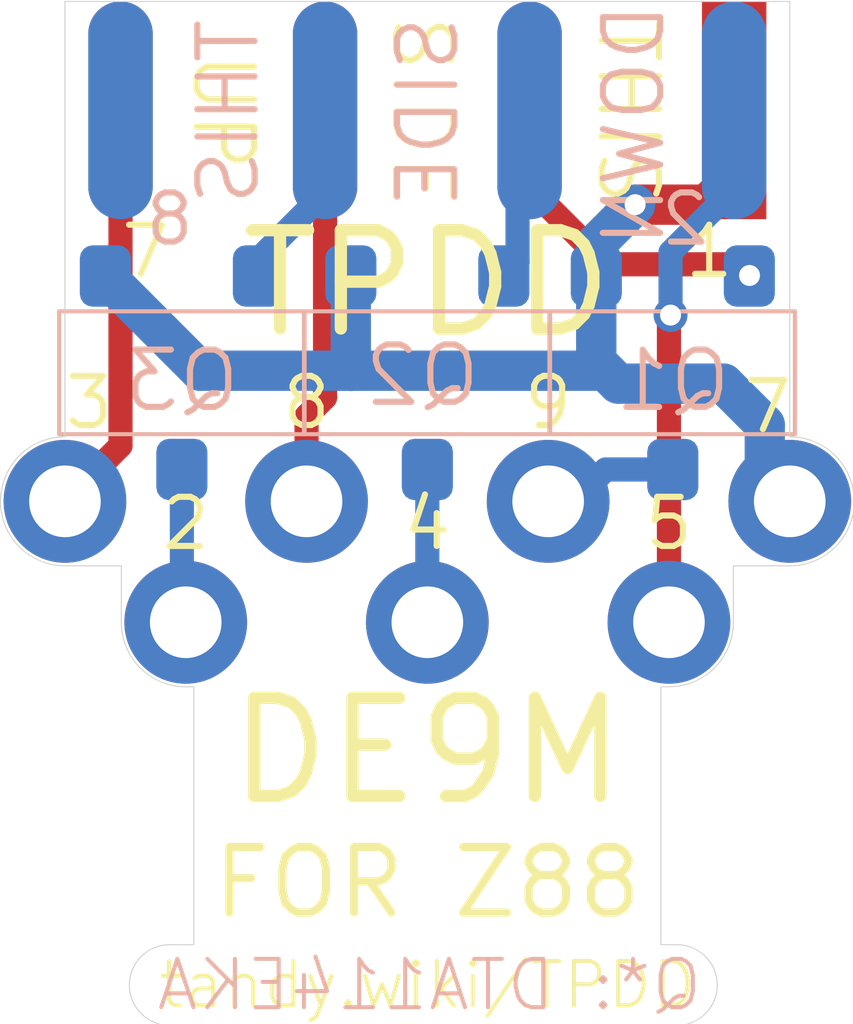
<source format=kicad_pcb>
(kicad_pcb (version 20171130) (host pcbnew 5.1.6-c6e7f7d~87~ubuntu20.04.1)

  (general
    (thickness 1.6)
    (drawings 45)
    (tracks 48)
    (zones 0)
    (modules 5)
    (nets 11)
  )

  (page USLetter)
  (layers
    (0 Top signal hide)
    (31 Bottom signal hide)
    (32 B.Adhes user hide)
    (33 F.Adhes user hide)
    (34 B.Paste user hide)
    (35 F.Paste user hide)
    (36 B.SilkS user)
    (37 F.SilkS user)
    (38 B.Mask user hide)
    (39 F.Mask user)
    (40 Dwgs.User user hide)
    (41 Cmts.User user hide)
    (42 Eco1.User user hide)
    (43 Eco2.User user hide)
    (44 Edge.Cuts user)
    (45 Margin user hide)
    (46 B.CrtYd user hide)
    (47 F.CrtYd user hide)
    (48 B.Fab user hide)
    (49 F.Fab user hide)
  )

  (setup
    (last_trace_width 0.16)
    (user_trace_width 0.2)
    (user_trace_width 0.3)
    (user_trace_width 0.5)
    (trace_clearance 0.16)
    (zone_clearance 0.16)
    (zone_45_only no)
    (trace_min 0.16)
    (via_size 0.42)
    (via_drill 0.26)
    (via_min_size 0.42)
    (via_min_drill 0.26)
    (uvia_size 0.42)
    (uvia_drill 0.26)
    (uvias_allowed no)
    (uvia_min_size 0.42)
    (uvia_min_drill 0.26)
    (edge_width 0.0127)
    (segment_width 0.2032)
    (pcb_text_width 0.1524)
    (pcb_text_size 1.2192 1.2192)
    (mod_edge_width 0.0508)
    (mod_text_size 0.6096 0.6096)
    (mod_text_width 0.0508)
    (pad_size 1.524 1.524)
    (pad_drill 0.889)
    (pad_to_mask_clearance 0)
    (aux_axis_origin 0 0)
    (grid_origin 144.993 83.6295)
    (visible_elements FFFFFF7F)
    (pcbplotparams
      (layerselection 0x010fc_ffffffff)
      (usegerberextensions false)
      (usegerberattributes false)
      (usegerberadvancedattributes false)
      (creategerberjobfile false)
      (excludeedgelayer true)
      (linewidth 0.100000)
      (plotframeref false)
      (viasonmask false)
      (mode 1)
      (useauxorigin false)
      (hpglpennumber 1)
      (hpglpenspeed 20)
      (hpglpendiameter 15.000000)
      (psnegative false)
      (psa4output false)
      (plotreference true)
      (plotvalue true)
      (plotinvisibletext false)
      (padsonsilk false)
      (subtractmaskfromsilk false)
      (outputformat 1)
      (mirror false)
      (drillshape 1)
      (scaleselection 1)
      (outputdirectory ""))
  )

  (net 0 "")
  (net 1 /RTS)
  (net 2 /DTR)
  (net 3 /RX_TTL)
  (net 4 /CTS_TTL)
  (net 5 /DSR_TTL)
  (net 6 /TX)
  (net 7 /CTS)
  (net 8 /DSR)
  (net 9 /SG)
  (net 10 /RX)

  (net_class Default "This is the default net class."
    (clearance 0.16)
    (trace_width 0.16)
    (via_dia 0.42)
    (via_drill 0.26)
    (uvia_dia 0.42)
    (uvia_drill 0.26)
    (diff_pair_width 0.16)
    (diff_pair_gap 0.16)
    (add_net /CTS)
    (add_net /CTS_TTL)
    (add_net /DSR)
    (add_net /DSR_TTL)
    (add_net /DTR)
    (add_net /RTS)
    (add_net /RX)
    (add_net /RX_TTL)
    (add_net /SG)
    (add_net /TX)
  )

  (module 000_LOCAL:2-6-2_tpdd (layer Top) (tedit 5F2DA709) (tstamp 5D2D423B)
    (at 148.803 82.2795)
    (path /5F35826E)
    (attr smd)
    (fp_text reference J2 (at -1.27 -0.127 -90 unlocked) (layer F.SilkS) hide
      (effects (font (size 0.6096 0.6096) (thickness 0.0508)))
    )
    (fp_text value TPDD (at -3.81 2.286) (layer F.Fab)
      (effects (font (size 0.4572 0.4572) (thickness 0.00254)))
    )
    (fp_text user 8 (at -7.01 1.35 unlocked) (layer B.SilkS)
      (effects (font (size 0.6096 0.6096) (thickness 0.0762)) (justify mirror))
    )
    (fp_text user 2 (at -0.61 1.35 unlocked) (layer B.SilkS)
      (effects (font (size 0.6096 0.6096) (thickness 0.0762)) (justify mirror))
    )
    (fp_text user 7 (at -7.31 1.75 unlocked) (layer F.SilkS)
      (effects (font (size 0.6096 0.6096) (thickness 0.0762)))
    )
    (fp_text user 1 (at -0.31 1.75 unlocked) (layer F.SilkS)
      (effects (font (size 0.6096 0.6096) (thickness 0.0762)))
    )
    (pad 2 smd oval (at 0 0) (size 0.8 2.7) (layers Bottom B.Mask)
      (net 1 /RTS))
    (pad 4 smd oval (at -2.54 0) (size 0.8 2.7) (layers Bottom B.Mask)
      (net 4 /CTS_TTL))
    (pad 6 smd oval (at -5.08 0) (size 0.8 2.7) (layers Bottom B.Mask)
      (net 3 /RX_TTL))
    (pad 8 smd oval (at -7.62 0) (size 0.8 2.7) (layers Bottom B.Mask))
    (pad 7 smd oval (at -7.62 0) (size 0.8 2.7) (layers Top F.Paste F.Mask)
      (net 6 /TX))
    (pad 5 smd oval (at -5.08 0) (size 0.8 2.7) (layers Top F.Paste F.Mask)
      (net 2 /DTR))
    (pad 3 smd oval (at -2.54 0) (size 0.8 2.7) (layers Top F.Paste F.Mask)
      (net 5 /DSR_TTL))
    (pad 1 smd rect (at 0 0) (size 0.8 2.7) (layers Top F.Paste F.Mask)
      (net 9 /SG))
    (model ${KIPRJMOD}/000_LOCAL.pretty/3dshapes/PinSocket_2x03_P2.54mm_Vertical.step
      (offset (xyz -2.54 1.47 -2.15))
      (scale (xyz 1 1 1))
      (rotate (xyz 90 0 0))
    )
    (model ${KIPRJMOD}/000_LOCAL.pretty/3dshapes/PinSocket_1x02_P2.54mm_Vertical.step
      (offset (xyz 0 1.47 -2.15))
      (scale (xyz 1 1 1))
      (rotate (xyz 90 0 0))
    )
    (model ${KIPRJMOD}/000_LOCAL.pretty/3dshapes/PinSocket_1x02_P2.54mm_Vertical.step
      (offset (xyz -7.62 1.47 -2.15))
      (scale (xyz 1 1 1))
      (rotate (xyz 90 0 0))
    )
  )

  (module 000_LOCAL:SC-59 (layer Bottom) (tedit 5F2C749B) (tstamp 5D2D4324)
    (at 141.945 85.5345 270)
    (descr "SC-59, https://lib.chipdip.ru/images/import_diod/original/SOT-23_SC-59.jpg")
    (tags SC-59)
    (path /5F2E424E)
    (attr smd)
    (fp_text reference Q3 (at -0.3175 0.762 unlocked) (layer B.SilkS)
      (effects (font (size 0.7112 0.7112) (thickness 0.0762)) (justify right top mirror))
    )
    (fp_text value DTA114EKA (at -1.905 -3.175 90) (layer B.Fab) hide
      (effects (font (size 1.2065 1.2065) (thickness 0.1016)) (justify right top mirror))
    )
    (fp_line (start 0.762 1.524) (end 0.762 -1.516) (layer B.SilkS) (width 0.0508))
    (fp_line (start -0.762 1.524) (end -0.762 -1.516) (layer B.SilkS) (width 0.0508))
    (fp_line (start -0.762 1.524) (end 0.762 1.524) (layer B.SilkS) (width 0.0508))
    (fp_line (start -0.762 -1.516) (end 0.762 -1.516) (layer B.SilkS) (width 0.0508))
    (fp_text user %R (at 0 0) (layer B.Fab) hide
      (effects (font (size 0.5 0.5) (thickness 0.075)) (justify mirror))
    )
    (pad 1 smd roundrect (at -1.2 0.95 270) (size 0.762 0.635) (layers Bottom B.Paste B.Mask) (roundrect_rratio 0.25)
      (net 9 /SG))
    (pad 2 smd roundrect (at -1.2 -0.95 270) (size 0.762 0.635) (layers Bottom B.Paste B.Mask) (roundrect_rratio 0.25)
      (net 3 /RX_TTL))
    (pad 3 smd roundrect (at 1.2 0 270) (size 0.762 0.635) (layers Bottom B.Paste B.Mask) (roundrect_rratio 0.25)
      (net 10 /RX))
    (model ${KIPRJMOD}/000_LOCAL.pretty/3dshapes/SC-59.step
      (at (xyz 0 0 0))
      (scale (xyz 1 1 1))
      (rotate (xyz 0 0 0))
    )
  )

  (module 000_LOCAL:SC-59 (layer Bottom) (tedit 5F2C749B) (tstamp 5D2D4366)
    (at 144.993 85.5345 270)
    (descr "SC-59, https://lib.chipdip.ru/images/import_diod/original/SOT-23_SC-59.jpg")
    (tags SC-59)
    (path /5F2E2C8F)
    (attr smd)
    (fp_text reference Q2 (at -0.381 0.8255 unlocked) (layer B.SilkS)
      (effects (font (size 0.7112 0.7112) (thickness 0.0762)) (justify right top mirror))
    )
    (fp_text value DTA114EKA (at -1.905 -3.175 90) (layer B.Fab) hide
      (effects (font (size 1.2065 1.2065) (thickness 0.1016)) (justify right top mirror))
    )
    (fp_line (start 0.762 1.524) (end 0.762 -1.516) (layer B.SilkS) (width 0.0508))
    (fp_line (start -0.762 1.524) (end -0.762 -1.516) (layer B.SilkS) (width 0.0508))
    (fp_line (start -0.762 1.524) (end 0.762 1.524) (layer B.SilkS) (width 0.0508))
    (fp_line (start -0.762 -1.516) (end 0.762 -1.516) (layer B.SilkS) (width 0.0508))
    (fp_text user %R (at 0 0) (layer B.Fab) hide
      (effects (font (size 0.5 0.5) (thickness 0.075)) (justify mirror))
    )
    (pad 1 smd roundrect (at -1.2 0.95 270) (size 0.762 0.635) (layers Bottom B.Paste B.Mask) (roundrect_rratio 0.25)
      (net 9 /SG))
    (pad 2 smd roundrect (at -1.2 -0.95 270) (size 0.762 0.635) (layers Bottom B.Paste B.Mask) (roundrect_rratio 0.25)
      (net 4 /CTS_TTL))
    (pad 3 smd roundrect (at 1.2 0 270) (size 0.762 0.635) (layers Bottom B.Paste B.Mask) (roundrect_rratio 0.25)
      (net 7 /CTS))
    (model ${KIPRJMOD}/000_LOCAL.pretty/3dshapes/SC-59.step
      (at (xyz 0 0 0))
      (scale (xyz 1 1 1))
      (rotate (xyz 0 0 0))
    )
  )

  (module 000_LOCAL:SC-59 (layer Bottom) (tedit 5F2C749B) (tstamp 5D2D4345)
    (at 148.041 85.5345 270)
    (descr "SC-59, https://lib.chipdip.ru/images/import_diod/original/SOT-23_SC-59.jpg")
    (tags SC-59)
    (path /5F2DFF29)
    (attr smd)
    (fp_text reference Q1 (at -0.3175 0.762 unlocked) (layer B.SilkS)
      (effects (font (size 0.7112 0.7112) (thickness 0.0762)) (justify right top mirror))
    )
    (fp_text value DTA114EKA (at -1.905 -3.175 90) (layer B.Fab) hide
      (effects (font (size 1.2065 1.2065) (thickness 0.1016)) (justify right top mirror))
    )
    (fp_line (start 0.762 1.524) (end 0.762 -1.516) (layer B.SilkS) (width 0.0508))
    (fp_line (start -0.762 1.524) (end -0.762 -1.516) (layer B.SilkS) (width 0.0508))
    (fp_line (start -0.762 1.524) (end 0.762 1.524) (layer B.SilkS) (width 0.0508))
    (fp_line (start -0.762 -1.516) (end 0.762 -1.516) (layer B.SilkS) (width 0.0508))
    (fp_text user %R (at 0 0) (layer B.Fab) hide
      (effects (font (size 0.5 0.5) (thickness 0.075)) (justify mirror))
    )
    (pad 1 smd roundrect (at -1.2 0.95 270) (size 0.762 0.635) (layers Bottom B.Paste B.Mask) (roundrect_rratio 0.25)
      (net 9 /SG))
    (pad 2 smd roundrect (at -1.2 -0.95 270) (size 0.762 0.635) (layers Bottom B.Paste B.Mask) (roundrect_rratio 0.25)
      (net 5 /DSR_TTL))
    (pad 3 smd roundrect (at 1.2 0 270) (size 0.762 0.635) (layers Bottom B.Paste B.Mask) (roundrect_rratio 0.25)
      (net 8 /DSR))
    (model ${KIPRJMOD}/000_LOCAL.pretty/3dshapes/SC-59.step
      (at (xyz 0 0 0))
      (scale (xyz 1 1 1))
      (rotate (xyz 0 0 0))
    )
  )

  (module 000_LOCAL:D7_1.5mm_wirepads (layer Top) (tedit 5F2DA0EA) (tstamp 5F2DA235)
    (at 144.993 87.8795)
    (descr "Through hole straight pin header, 1x07, 1.27mm pitch, single row")
    (tags "Through hole pin header THT 1x07 1.27mm single row")
    (path /5F2FF8FD)
    (fp_text reference J1 (at 0 -1.695) (layer F.SilkS) hide
      (effects (font (size 1 1) (thickness 0.15)))
    )
    (fp_text value "Wire Solder Pads" (at 0 9.315 180 unlocked) (layer F.Fab) hide
      (effects (font (size 1 1) (thickness 0.15)))
    )
    (fp_text user %R (at 0 3.81 90) (layer F.Fab) hide
      (effects (font (size 1 1) (thickness 0.15)))
    )
    (pad 6 thru_hole circle (at 3 0.75 270) (size 1.524 1.524) (drill 0.889) (layers *.Cu *.Mask)
      (net 1 /RTS))
    (pad 7 thru_hole circle (at 4.5 -0.75 270) (size 1.524 1.524) (drill 0.889) (layers *.Cu *.Mask)
      (net 9 /SG))
    (pad 4 thru_hole circle (at 0 0.75 270) (size 1.524 1.524) (drill 0.889) (layers *.Cu *.Mask)
      (net 7 /CTS))
    (pad 5 thru_hole circle (at 1.5 -0.75 270) (size 1.524 1.524) (drill 0.889) (layers *.Cu *.Mask)
      (net 8 /DSR))
    (pad 3 thru_hole circle (at -1.5 -0.75 270) (size 1.524 1.524) (drill 0.889) (layers *.Cu *.Mask)
      (net 2 /DTR))
    (pad 2 thru_hole circle (at -3 0.75 270) (size 1.524 1.524) (drill 0.889) (layers *.Cu *.Mask)
      (net 10 /RX))
    (pad 1 thru_hole circle (at -4.5 -0.75 270) (size 1.524 1.524) (drill 0.889) (layers *.Cu *.Mask)
      (net 6 /TX))
    (model ${KISYS3DMOD}/Pin_Headers.3dshapes/Pin_Header_Straight_1x07_Pitch1.27mm.wrl
      (at (xyz 0 0 0))
      (scale (xyz 1 1 1))
      (rotate (xyz 0 0 0))
    )
  )

  (gr_text "FOR Z88" (at 144.993 91.8591) (layer F.SilkS)
    (effects (font (size 0.8128 0.8128) (thickness 0.1016)))
  )
  (gr_arc (start 148.093 93.1295) (end 148.093 93.6295) (angle -180) (layer Edge.Cuts) (width 0.0127) (tstamp 5F2E0819))
  (gr_arc (start 141.793 93.1295) (end 141.793 92.6295) (angle -180) (layer Edge.Cuts) (width 0.0127))
  (gr_line (start 149.493 86.3295) (end 149.493 80.9295) (layer Edge.Cuts) (width 0.0127))
  (gr_line (start 140.493 86.3295) (end 140.493 80.9295) (layer Edge.Cuts) (width 0.0127))
  (gr_line (start 148.793 87.9295) (end 149.493 87.9295) (layer Edge.Cuts) (width 0.0127) (tstamp 5F2DA6D0))
  (gr_line (start 148.793 88.6295) (end 148.793 87.9295) (layer Edge.Cuts) (width 0.0127))
  (gr_line (start 141.193 87.9295) (end 140.493 87.9295) (layer Edge.Cuts) (width 0.0127) (tstamp 5F2DA6CF))
  (gr_line (start 141.193 88.6295) (end 141.193 87.9295) (layer Edge.Cuts) (width 0.0127))
  (gr_line (start 141.993 89.4295) (end 142.093 89.4295) (layer Edge.Cuts) (width 0.0127) (tstamp 5F2DA6CE))
  (gr_line (start 147.993 89.4295) (end 147.893 89.4295) (layer Edge.Cuts) (width 0.0127))
  (gr_arc (start 147.993 88.6295) (end 147.993 89.4295) (angle -90) (layer Edge.Cuts) (width 0.0127))
  (gr_arc (start 141.993 88.6295) (end 141.193 88.6295) (angle -90) (layer Edge.Cuts) (width 0.0127))
  (gr_arc (start 140.493 87.1295) (end 140.493 86.3295) (angle -180) (layer Edge.Cuts) (width 0.0127) (tstamp 5F2DA6B9))
  (gr_arc (start 149.493 87.1295) (end 149.493 87.9295) (angle -180) (layer Edge.Cuts) (width 0.0127))
  (gr_line (start 147.893 92.6295) (end 147.893 89.4295) (layer Edge.Cuts) (width 0.0127))
  (gr_line (start 142.093 92.6295) (end 142.093 89.4295) (layer Edge.Cuts) (width 0.0127))
  (gr_line (start 142.093 92.6295) (end 141.793 92.6295) (layer Edge.Cuts) (width 0.0127) (tstamp 5F2CC4FC))
  (gr_line (start 147.893 92.6295) (end 148.093 92.6295) (layer Edge.Cuts) (width 0.0127))
  (gr_line (start 140.493 80.9295) (end 149.493 80.9295) (layer Edge.Cuts) (width 0.0127) (tstamp 5F2C9BC3))
  (gr_line (start 141.793 93.6295) (end 148.093 93.6295) (layer Edge.Cuts) (width 0.0127) (tstamp 5F2C9B54))
  (gr_text tandy.wiki/TPDD (at 144.993 93.1295) (layer F.SilkS) (tstamp 5D2D595B)
    (effects (font (size 0.55 0.55) (thickness 0.05)))
  )
  (gr_text THIS (at 147.483 82.296 -90) (layer F.SilkS) (tstamp 5D2D57B0)
    (effects (font (size 0.7112 0.7112) (thickness 0.0762)))
  )
  (gr_text SIDE (at 144.9295 82.296 -90) (layer F.SilkS) (tstamp 5D2D578D)
    (effects (font (size 0.7112 0.7112) (thickness 0.0762)))
  )
  (gr_line (start 142.093 89.8295) (end 147.893 89.8295) (layer Dwgs.User) (width 0.0127) (tstamp 5F2C98E9))
  (gr_circle (center 144.993 83.6295) (end 140.04 80.9625) (layer Dwgs.User) (width 0.0127))
  (gr_line (start 140.675 83.6295) (end 149.311 83.6295) (layer Dwgs.User) (width 0.0127) (tstamp 5D2D4C4A))
  (gr_line (start 144.993 82.296) (end 144.993 93.1545) (layer Dwgs.User) (width 0.0127))
  (gr_line (start 144.993 82.296) (end 144.993 80.9625) (layer Dwgs.User) (width 0.0127))
  (gr_line (start 140.675 80.9625) (end 149.311 83.6295) (layer Dwgs.User) (width 0.0127))
  (gr_line (start 140.675 83.6295) (end 149.311 80.9625) (layer Dwgs.User) (width 0.0127) (tstamp 5D2D4495))
  (gr_text UP (at 142.453 82.296 -90) (layer F.SilkS) (tstamp 5D2D5758)
    (effects (font (size 0.7112 0.7112) (thickness 0.0762)))
  )
  (gr_text THIS (at 142.523 82.2995 -270) (layer B.SilkS) (tstamp 5D2D42B4)
    (effects (font (size 0.7112 0.7112) (thickness 0.0762)) (justify mirror))
  )
  (gr_text SIDE (at 145.003 82.2995 -270) (layer B.SilkS) (tstamp 5D2D42B1)
    (effects (font (size 0.7112 0.7112) (thickness 0.0762)) (justify mirror))
  )
  (gr_text "Q*: DTA114EKA" (at 145.018 93.1295) (layer B.SilkS) (tstamp 5D2D42AE)
    (effects (font (size 0.6 0.6) (thickness 0.05)) (justify mirror))
  )
  (gr_text DE9M (at 144.993 90.2295) (layer F.SilkS) (tstamp 5D2D514A)
    (effects (font (size 1.2192 1.2192) (thickness 0.1524)))
  )
  (gr_text DOWN (at 147.5584 82.4611 -270) (layer B.SilkS) (tstamp 5D2D42A5)
    (effects (font (size 0.7112 0.7112) (thickness 0.0762)) (justify mirror))
  )
  (gr_text 5 (at 147.993 87.4045) (layer F.SilkS) (tstamp 5D2D42A2)
    (effects (font (size 0.6096 0.6096) (thickness 0.0762)))
  )
  (gr_text 4 (at 144.993 87.4045) (layer F.SilkS) (tstamp 5D2D429F)
    (effects (font (size 0.6096 0.6096) (thickness 0.0762)))
  )
  (gr_text 2 (at 141.993 87.4045) (layer F.SilkS) (tstamp 5F30FA3E)
    (effects (font (size 0.6096 0.6096) (thickness 0.0762)))
  )
  (gr_text 3 (at 140.793 85.9045) (layer F.SilkS) (tstamp 5D2D4299)
    (effects (font (size 0.6096 0.6096) (thickness 0.0762)))
  )
  (gr_text 8 (at 143.493 85.9045) (layer F.SilkS) (tstamp 5F30FA51)
    (effects (font (size 0.6096 0.6096) (thickness 0.0762)))
  )
  (gr_text 9 (at 146.493 85.9045) (layer F.SilkS) (tstamp 5D2D4263)
    (effects (font (size 0.6096 0.6096) (thickness 0.0762)))
  )
  (gr_text 7 (at 149.218 85.9545) (layer F.SilkS) (tstamp 5D2D4260)
    (effects (font (size 0.6096 0.6096) (thickness 0.0762)))
  )
  (gr_text TPDD (at 144.993 84.4295) (layer F.SilkS) (tstamp 5D2D425D)
    (effects (font (size 1.2192 1.2192) (thickness 0.1524)))
  )

  (via (at 148.013 84.8195) (size 0.42) (drill 0.26) (layers Top Bottom) (net 1))
  (segment (start 148.803 83.2495) (end 148.803 82.296) (width 0.3) (layer Bottom) (net 1))
  (segment (start 148.013 84.0395) (end 148.803 83.2495) (width 0.3) (layer Bottom) (net 1))
  (segment (start 148.013 84.8195) (end 148.013 84.0395) (width 0.3) (layer Bottom) (net 1))
  (segment (start 147.9775 84.855) (end 148.013 84.8195) (width 0.3) (layer Top) (net 1))
  (segment (start 147.993 84.8395) (end 148.013 84.8195) (width 0.3) (layer Top) (net 1))
  (segment (start 147.993 88.6295) (end 147.993 84.8395) (width 0.3) (layer Top) (net 1))
  (segment (start 143.493 86.0715) (end 143.493 87.1295) (width 0.3) (layer Top) (net 2))
  (segment (start 143.723 85.8415) (end 143.493 86.0715) (width 0.3) (layer Top) (net 2))
  (segment (start 143.723 82.296) (end 143.723 85.8415) (width 0.3) (layer Top) (net 2))
  (segment (start 143.723 83.2995) (end 143.723 82.296) (width 0.3) (layer Bottom) (net 3))
  (segment (start 142.895 84.1275) (end 143.723 83.2995) (width 0.3) (layer Bottom) (net 3))
  (segment (start 142.895 84.3345) (end 142.895 84.1275) (width 0.3) (layer Bottom) (net 3))
  (segment (start 146.113 84.1645) (end 145.943 84.3345) (width 0.3) (layer Bottom) (net 4))
  (segment (start 146.113 82.4295) (end 146.113 84.1645) (width 0.3) (layer Bottom) (net 4))
  (segment (start 146.263 82.2795) (end 146.113 82.4295) (width 0.3) (layer Bottom) (net 4))
  (via (at 148.9935 84.328) (size 0.42) (drill 0.26) (layers Top Bottom) (net 5))
  (segment (start 146.263 83.1245) (end 146.263 82.296) (width 0.2032) (layer Top) (net 5))
  (segment (start 146.263 83.2395) (end 146.263 83.1245) (width 0.3) (layer Top) (net 5))
  (segment (start 147.213 84.1895) (end 146.263 83.2395) (width 0.3) (layer Top) (net 5))
  (segment (start 148.855 84.1895) (end 147.213 84.1895) (width 0.3) (layer Top) (net 5))
  (segment (start 148.9935 84.328) (end 148.855 84.1895) (width 0.3) (layer Top) (net 5))
  (segment (start 141.183 86.4395) (end 140.493 87.1295) (width 0.3) (layer Top) (net 6))
  (segment (start 141.183 82.296) (end 141.183 86.4395) (width 0.3) (layer Top) (net 6))
  (segment (start 144.993 88.3285) (end 144.993 88.3285) (width 0.3) (layer Bottom) (net 7) (tstamp 5F2DA1CC))
  (segment (start 144.993 86.7345) (end 144.993 88.6295) (width 0.3) (layer Bottom) (net 7))
  (segment (start 146.813 87.1295) (end 146.493 87.1295) (width 0.3) (layer Bottom) (net 8))
  (segment (start 147.208 86.7345) (end 146.813 87.1295) (width 0.3) (layer Bottom) (net 8))
  (segment (start 148.041 86.7345) (end 147.208 86.7345) (width 0.3) (layer Bottom) (net 8))
  (segment (start 144.043 84.3345) (end 144.043 85.5095) (width 0.5) (layer Bottom) (net 9))
  (segment (start 148.463 83.4495) (end 148.803 83.1095) (width 0.5) (layer Top) (net 9))
  (segment (start 147.091 83.9315) (end 147.091 84.3345) (width 0.5) (layer Bottom) (net 9))
  (segment (start 148.803 83.1095) (end 148.803 82.296) (width 0.5) (layer Top) (net 9))
  (segment (start 147.573 83.4495) (end 148.463 83.4495) (width 0.5) (layer Top) (net 9))
  (segment (start 147.573 83.4495) (end 147.091 83.9315) (width 0.5) (layer Bottom) (net 9))
  (via (at 147.573 83.4495) (size 0.42) (drill 0.26) (layers Top Bottom) (net 9))
  (segment (start 142.17 85.5095) (end 144.043 85.5095) (width 0.5) (layer Bottom) (net 9))
  (segment (start 140.995 84.3345) (end 142.17 85.5095) (width 0.5) (layer Bottom) (net 9))
  (segment (start 147.091 84.3345) (end 147.091 85.5075) (width 0.5) (layer Bottom) (net 9))
  (segment (start 144.043 85.5095) (end 147.093 85.5095) (width 0.5) (layer Bottom) (net 9))
  (segment (start 149.183 86.8195) (end 149.493 87.1295) (width 0.5) (layer Bottom) (net 9))
  (segment (start 149.183 86.1795) (end 149.183 86.8195) (width 0.5) (layer Bottom) (net 9))
  (segment (start 148.673 85.6695) (end 149.183 86.1795) (width 0.5) (layer Bottom) (net 9))
  (segment (start 147.363 85.6695) (end 148.673 85.6695) (width 0.5) (layer Bottom) (net 9))
  (segment (start 147.091 85.3975) (end 147.363 85.6695) (width 0.5) (layer Bottom) (net 9))
  (segment (start 147.091 84.3345) (end 147.091 85.3975) (width 0.5) (layer Bottom) (net 9))
  (segment (start 141.945 88.5815) (end 141.993 88.6295) (width 0.3) (layer Bottom) (net 10))
  (segment (start 141.945 86.7345) (end 141.945 88.5815) (width 0.3) (layer Bottom) (net 10))

)

</source>
